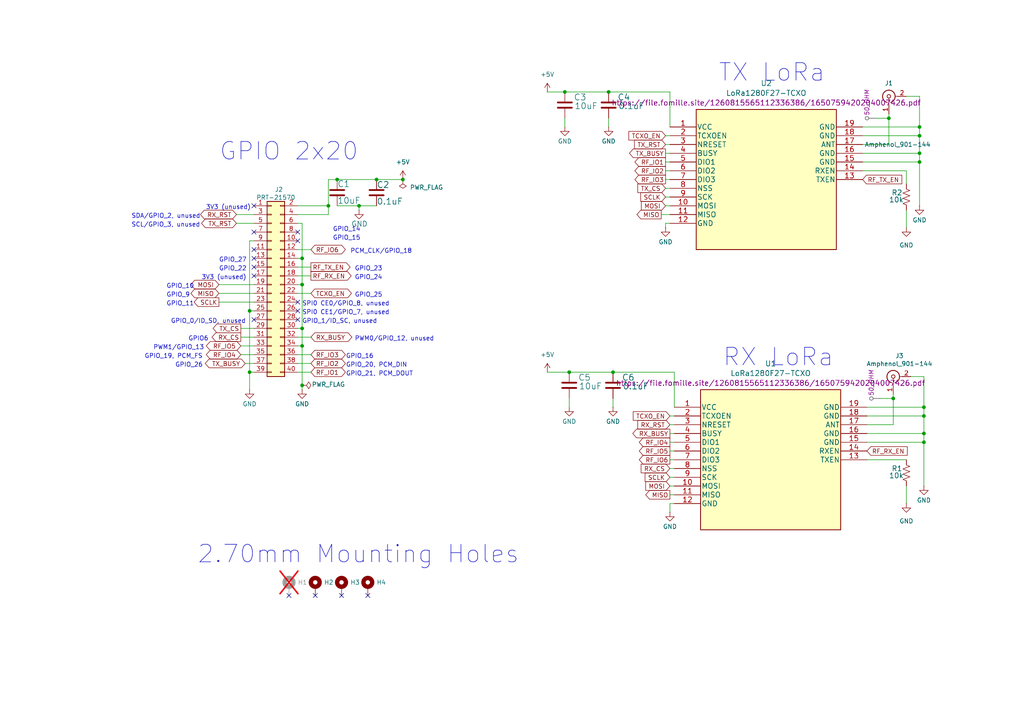
<source format=kicad_sch>
(kicad_sch (version 20231120) (generator "eeschema") (generator_version "8.0")
  (paper "A4")
  (title_block (title "Groundstation Hat") (date "1/22/24") (rev "v1.0") (company "Stanford University") (comment 1 "Jacob Rintamaki"))
  (lib_symbols
    (symbol "Connector:Conn_Coaxial" (pin_names (offset 1.016) hide)
      (property "Reference" "J" (at 0.254 3.048 0))
      (property "Value" "Conn_Coaxial" (at 2.921 0 90))
      (symbol "Conn_Coaxial_0_1"
        (arc (start -1.778 -0.508) (mid 0.2311 -1.8066) (end 1.778 0) (stroke (width 0.254)))
        (polyline (pts (xy -2.54 0) (xy -0.508 0)))
        (polyline (pts (xy 0 -2.54) (xy 0 -1.778)))
        (circle (center 0 0) (radius 0.508) (stroke (width 0.2032)))
        (arc (start 1.778 0) (mid 0.2099 1.8101) (end -1.778 0.508) (stroke (width 0.254)))
      )
      (symbol "Conn_Coaxial_1_1"
        (pin passive line (at -5.08 0 0) (length 2.54) (name "In") (number "1"))
        (pin passive line (at 0 -5.08 90) (length 2.54) (name "Ext") (number "2"))
      )
    )
    (symbol "Device:C" (pin_numbers hide) (pin_names (offset 0.254))
      (property "Reference" "C" (at 0.635 2.54 0))
      (property "Value" "C" (at 0.635 -2.54 0))
      (symbol "C_0_1"
        (polyline (pts (xy -2.032 -0.762) (xy 2.032 -0.762)) (stroke (width 0.508)))
        (polyline (pts (xy -2.032 0.762) (xy 2.032 0.762)) (stroke (width 0.508)))
      )
      (symbol "C_1_1"
        (pin passive line (at 0 3.81 270) (length 2.794) (name "~") (number "1"))
        (pin passive line (at 0 -3.81 90) (length 2.794) (name "~") (number "2"))
      )
    )
    (symbol "Device:R_US" (pin_numbers hide) (pin_names (offset 0))
      (property "Reference" "R" (at 2.54 0 90))
      (property "Value" "R_US" (at -2.54 0 90))
      (symbol "R_US_0_1"
        (polyline (pts (xy 0 -2.286) (xy 0 -2.54)))
        (polyline (pts (xy 0 2.286) (xy 0 2.54)))
        (polyline (pts (xy 0 -0.762) (xy 1.016 -1.143) (xy 0 -1.524) (xy -1.016 -1.905) (xy 0 -2.286)))
        (polyline (pts (xy 0 0.762) (xy 1.016 0.381) (xy 0 0) (xy -1.016 -0.381) (xy 0 -0.762)))
        (polyline (pts (xy 0 2.286) (xy 1.016 1.905) (xy 0 1.524) (xy -1.016 1.143) (xy 0 0.762)))
      )
      (symbol "R_US_1_1"
        (pin passive line (at 0 3.81 270) (length 1.27) (name "~") (number "1"))
        (pin passive line (at 0 -3.81 90) (length 1.27) (name "~") (number "2"))
      )
    )
    (symbol "Mechanical:MountingHole_Pad" (pin_numbers hide) (pin_names (offset 1.016) hide) (exclude_from_sim yes) (in_bom no)
      (property "Reference" "H" (at 0 6.35 0))
      (property "Value" "MountingHole_Pad" (at 0 4.445 0))
      (symbol "MountingHole_Pad_0_1"
        (circle (center 0 1.27) (radius 1.27) (stroke (width 1.27)))
      )
      (symbol "MountingHole_Pad_1_1"
        (pin input line (at 0 -2.54 90) (length 2.54) (name "1") (number "1"))
      )
    )
    (symbol "power:+5V" (power) (pin_numbers hide) (pin_names (offset 0) hide)
      (property "Value" "+5V" (at 0 3.556 0))
      (symbol "+5V_0_1"
        (polyline (pts (xy -0.762 1.27) (xy 0 2.54)))
        (polyline (pts (xy 0 0) (xy 0 2.54)))
        (polyline (pts (xy 0 2.54) (xy 0.762 1.27)))
      )
      (symbol "+5V_1_1"
        (pin power_in line (at 0 0 90) (length 0) (name "~") (number "1"))
      )
    )
    (symbol "power:GND" (power) (pin_numbers hide) (pin_names (offset 0) hide)
      (property "Value" "GND" (at 0 -3.81 0))
      (symbol "GND_0_1"
        (polyline (pts (xy 0 0) (xy 0 -1.27) (xy 1.27 -1.27) (xy 0 -2.54) (xy -1.27 -1.27) (xy 0 -1.27)))
      )
      (symbol "GND_1_1"
        (pin power_in line (at 0 0 270) (length 0) (name "~") (number "1"))
      )
    )
    (symbol "power:PWR_FLAG" (power) (pin_numbers hide) (pin_names (offset 0) hide)
      (property "Value" "PWR_FLAG" (at 0 3.81 0))
      (symbol "PWR_FLAG_0_0"
        (pin power_out line (at 0 0 90) (length 0) (name "~") (number "1"))
      )
      (symbol "PWR_FLAG_0_1"
        (polyline (pts (xy 0 0) (xy 0 1.27) (xy -1.016 1.905) (xy 0 2.54) (xy 1.016 1.905) (xy 0 1.27)))
      )
    )
    (symbol "ssi_IC:LORA1280F27-TCXO" (pin_names (offset 0.254))
      (property "Reference" "U" (at 27.94 10.16 0))
      (property "Value" "LoRa1280F27-TCXO" (at 27.94 7.62 0))
      (property "Datasheet" "https://file.fomille.site/1260815565112336386/1650759420204007426.pdf" (at 0 0 0))
      (symbol "LORA1280F27-TCXO_1_0"
        (pin bidirectional line (at 55.88 -5.08 180) (length 7.62) (name "ANT") (number "17"))
      )
      (symbol "LORA1280F27-TCXO_1_1"
        (rectangle (start 7.62 5.08) (end 48.26 -35.56) (stroke (width 0.254)) (fill (type background)))
        (pin power_in line (at 0 0 0) (length 7.62) (name "VCC") (number "1"))
        (pin input line (at 0 -22.86 0) (length 7.62) (name "MOSI") (number "10"))
        (pin output line (at 0 -25.4 0) (length 7.62) (name "MISO") (number "11"))
        (pin power_in line (at 0 -27.94 0) (length 7.62) (name "GND") (number "12"))
        (pin input line (at 55.88 -15.24 180) (length 7.62) (name "TXEN") (number "13"))
        (pin input line (at 55.88 -12.7 180) (length 7.62) (name "RXEN") (number "14"))
        (pin power_in line (at 55.88 -10.16 180) (length 7.62) (name "GND") (number "15"))
        (pin power_in line (at 55.88 -7.62 180) (length 7.62) (name "GND") (number "16"))
        (pin power_in line (at 55.88 -2.54 180) (length 7.62) (name "GND") (number "18"))
        (pin power_in line (at 55.88 0 180) (length 7.62) (name "GND") (number "19"))
        (pin input line (at 0 -2.54 0) (length 7.62) (name "TCXOEN") (number "2"))
        (pin input line (at 0 -5.08 0) (length 7.62) (name "NRESET") (number "3"))
        (pin output line (at 0 -7.62 0) (length 7.62) (name "BUSY") (number "4"))
        (pin output line (at 0 -10.16 0) (length 7.62) (name "DIO1") (number "5"))
        (pin output line (at 0 -12.7 0) (length 7.62) (name "DIO2") (number "6"))
        (pin output line (at 0 -15.24 0) (length 7.62) (name "DIO3") (number "7"))
        (pin input line (at 0 -17.78 0) (length 7.62) (name "NSS") (number "8"))
        (pin input line (at 0 -20.32 0) (length 7.62) (name "SCK") (number "9"))
      )
    )
    (symbol "ssi_connector:PRT-21570" (pin_names (offset 1.016) hide)
      (property "Reference" "J" (at 1.27 25.4 0))
      (property "Value" "PRT-21570" (at 1.27 -27.94 0))
      (symbol "PRT-21570_1_1"
        (rectangle (start -1.27 -25.273) (end 0 -25.527) (stroke (width 0.1524)))
        (rectangle (start -1.27 -22.733) (end 0 -22.987) (stroke (width 0.1524)))
        (rectangle (start -1.27 -20.193) (end 0 -20.447) (stroke (width 0.1524)))
        (rectangle (start -1.27 -17.653) (end 0 -17.907) (stroke (width 0.1524)))
        (rectangle (start -1.27 -15.113) (end 0 -15.367) (stroke (width 0.1524)))
        (rectangle (start -1.27 -12.573) (end 0 -12.827) (stroke (width 0.1524)))
        (rectangle (start -1.27 -10.033) (end 0 -10.287) (stroke (width 0.1524)))
        (rectangle (start -1.27 -7.493) (end 0 -7.747) (stroke (width 0.1524)))
        (rectangle (start -1.27 -4.953) (end 0 -5.207) (stroke (width 0.1524)))
        (rectangle (start -1.27 -2.413) (end 0 -2.667) (stroke (width 0.1524)))
        (rectangle (start -1.27 0.127) (end 0 -0.127) (stroke (width 0.1524)))
        (rectangle (start -1.27 2.667) (end 0 2.413) (stroke (width 0.1524)))
        (rectangle (start -1.27 5.207) (end 0 4.953) (stroke (width 0.1524)))
        (rectangle (start -1.27 7.747) (end 0 7.493) (stroke (width 0.1524)))
        (rectangle (start -1.27 10.287) (end 0 10.033) (stroke (width 0.1524)))
        (rectangle (start -1.27 12.827) (end 0 12.573) (stroke (width 0.1524)))
        (rectangle (start -1.27 15.367) (end 0 15.113) (stroke (width 0.1524)))
        (rectangle (start -1.27 17.907) (end 0 17.653) (stroke (width 0.1524)))
        (rectangle (start -1.27 20.447) (end 0 20.193) (stroke (width 0.1524)))
        (rectangle (start -1.27 22.987) (end 0 22.733) (stroke (width 0.1524)))
        (rectangle (start -1.27 24.13) (end 3.81 -26.67) (stroke (width 0.254)) (fill (type background)))
        (rectangle (start 3.81 -25.273) (end 2.54 -25.527) (stroke (width 0.1524)))
        (rectangle (start 3.81 -22.733) (end 2.54 -22.987) (stroke (width 0.1524)))
        (rectangle (start 3.81 -20.193) (end 2.54 -20.447) (stroke (width 0.1524)))
        (rectangle (start 3.81 -17.653) (end 2.54 -17.907) (stroke (width 0.1524)))
        (rectangle (start 3.81 -15.113) (end 2.54 -15.367) (stroke (width 0.1524)))
        (rectangle (start 3.81 -12.573) (end 2.54 -12.827) (stroke (width 0.1524)))
        (rectangle (start 3.81 -10.033) (end 2.54 -10.287) (stroke (width 0.1524)))
        (rectangle (start 3.81 -7.493) (end 2.54 -7.747) (stroke (width 0.1524)))
        (rectangle (start 3.81 -4.953) (end 2.54 -5.207) (stroke (width 0.1524)))
        (rectangle (start 3.81 -2.413) (end 2.54 -2.667) (stroke (width 0.1524)))
        (rectangle (start 3.81 0.127) (end 2.54 -0.127) (stroke (width 0.1524)))
        (rectangle (start 3.81 2.667) (end 2.54 2.413) (stroke (width 0.1524)))
        (rectangle (start 3.81 5.207) (end 2.54 4.953) (stroke (width 0.1524)))
        (rectangle (start 3.81 7.747) (end 2.54 7.493) (stroke (width 0.1524)))
        (rectangle (start 3.81 10.287) (end 2.54 10.033) (stroke (width 0.1524)))
        (rectangle (start 3.81 12.827) (end 2.54 12.573) (stroke (width 0.1524)))
        (rectangle (start 3.81 15.367) (end 2.54 15.113) (stroke (width 0.1524)))
        (rectangle (start 3.81 17.907) (end 2.54 17.653) (stroke (width 0.1524)))
        (rectangle (start 3.81 20.447) (end 2.54 20.193) (stroke (width 0.1524)))
        (rectangle (start 3.81 22.987) (end 2.54 22.733) (stroke (width 0.1524)))
        (pin passive line (at -5.08 22.86 0) (length 3.81) (name "Pin_1") (number "1"))
        (pin passive line (at 7.62 12.7 180) (length 3.81) (name "Pin_10") (number "10"))
        (pin passive line (at -5.08 10.16 0) (length 3.81) (name "Pin_11") (number "11"))
        (pin passive line (at 7.62 10.16 180) (length 3.81) (name "Pin_12") (number "12"))
        (pin passive line (at -5.08 7.62 0) (length 3.81) (name "Pin_13") (number "13"))
        (pin passive line (at 7.62 7.62 180) (length 3.81) (name "Pin_14") (number "14"))
        (pin passive line (at -5.08 5.08 0) (length 3.81) (name "Pin_15") (number "15"))
        (pin passive line (at 7.62 5.08 180) (length 3.81) (name "Pin_16") (number "16"))
        (pin passive line (at -5.08 2.54 0) (length 3.81) (name "Pin_17") (number "17"))
        (pin passive line (at 7.62 2.54 180) (length 3.81) (name "Pin_18") (number "18"))
        (pin passive line (at -5.08 0 0) (length 3.81) (name "Pin_19") (number "19"))
        (pin passive line (at 7.62 22.86 180) (length 3.81) (name "Pin_2") (number "2"))
        (pin passive line (at 7.62 0 180) (length 3.81) (name "Pin_20") (number "20"))
        (pin passive line (at -5.08 -2.54 0) (length 3.81) (name "Pin_21") (number "21"))
        (pin passive line (at 7.62 -2.54 180) (length 3.81) (name "Pin_22") (number "22"))
        (pin passive line (at -5.08 -5.08 0) (length 3.81) (name "Pin_23") (number "23"))
        (pin passive line (at 7.62 -5.08 180) (length 3.81) (name "Pin_24") (number "24"))
        (pin passive line (at -5.08 -7.62 0) (length 3.81) (name "Pin_25") (number "25"))
        (pin passive line (at 7.62 -7.62 180) (length 3.81) (name "Pin_26") (number "26"))
        (pin passive line (at -5.08 -10.16 0) (length 3.81) (name "Pin_27") (number "27"))
        (pin passive line (at 7.62 -10.16 180) (length 3.81) (name "Pin_28") (number "28"))
        (pin passive line (at -5.08 -12.7 0) (length 3.81) (name "Pin_29") (number "29"))
        (pin passive line (at -5.08 20.32 0) (length 3.81) (name "Pin_3") (number "3"))
        (pin passive line (at 7.62 -12.7 180) (length 3.81) (name "Pin_30") (number "30"))
        (pin passive line (at -5.08 -15.24 0) (length 3.81) (name "Pin_31") (number "31"))
        (pin passive line (at 7.62 -15.24 180) (length 3.81) (name "Pin_32") (number "32"))
        (pin passive line (at -5.08 -17.78 0) (length 3.81) (name "Pin_33") (number "33"))
        (pin passive line (at 7.62 -17.78 180) (length 3.81) (name "Pin_34") (number "34"))
        (pin passive line (at -5.08 -20.32 0) (length 3.81) (name "Pin_35") (number "35"))
        (pin passive line (at 7.62 -20.32 180) (length 3.81) (name "Pin_36") (number "36"))
        (pin passive line (at -5.08 -22.86 0) (length 3.81) (name "Pin_37") (number "37"))
        (pin passive line (at 7.62 -22.86 180) (length 3.81) (name "Pin_38") (number "38"))
        (pin passive line (at -5.08 -25.4 0) (length 3.81) (name "Pin_39") (number "39"))
        (pin passive line (at 7.62 20.32 180) (length 3.81) (name "Pin_4") (number "4"))
        (pin passive line (at 7.62 -25.4 180) (length 3.81) (name "Pin_40") (number "40"))
        (pin passive line (at -5.08 17.78 0) (length 3.81) (name "Pin_5") (number "5"))
        (pin passive line (at 7.62 17.78 180) (length 3.81) (name "Pin_6") (number "6"))
        (pin passive line (at -5.08 15.24 0) (length 3.81) (name "Pin_7") (number "7"))
        (pin passive line (at 7.62 15.24 180) (length 3.81) (name "Pin_8") (number "8"))
        (pin passive line (at -5.08 12.7 0) (length 3.81) (name "Pin_9") (number "9"))
      )
    )
  )
  (junction (at 87.63 82.55))
  (junction (at 177.8 107.95))
  (junction (at 87.63 95.25))
  (junction (at 267.97 125.73))
  (junction (at 97.79 52.07))
  (junction (at 266.7 44.45))
  (junction (at 267.97 120.65))
  (junction (at 116.84 52.07))
  (junction (at 266.7 36.83))
  (junction (at 267.97 128.27))
  (junction (at 72.39 90.17))
  (junction (at 266.7 39.37))
  (junction (at 87.63 100.33))
  (junction (at 87.63 111.76))
  (junction (at 176.53 26.67))
  (junction (at 165.1 107.95))
  (junction (at 104.14 59.69))
  (junction (at 87.63 74.93))
  (junction (at 72.39 107.95))
  (junction (at 259.08 115.57))
  (junction (at 163.83 26.67))
  (junction (at 95.25 59.69))
  (junction (at 257.81 34.29))
  (junction (at 109.22 52.07))
  (junction (at 266.7 46.99))
  (junction (at 267.97 118.11))
  (no_connect (at 99.06 172.72))
  (no_connect (at 73.66 77.47))
  (no_connect (at 86.36 87.63))
  (no_connect (at 86.36 67.31))
  (no_connect (at 73.66 67.31))
  (no_connect (at 73.66 72.39))
  (no_connect (at 86.36 69.85))
  (no_connect (at 86.36 90.17))
  (no_connect (at 91.44 172.72))
  (no_connect (at 106.68 172.72))
  (no_connect (at 73.66 59.69))
  (no_connect (at 83.82 172.72))
  (no_connect (at 73.66 74.93))
  (no_connect (at 73.66 80.01))
  (no_connect (at 73.66 92.71))
  (no_connect (at 86.36 92.71))
  (wire (pts (xy 262.89 140.97) (xy 262.89 146.05)))
  (wire (pts (xy 68.58 62.23) (xy 73.66 62.23)))
  (wire (pts (xy 194.31 135.89) (xy 195.58 135.89)))
  (wire (pts (xy 193.04 46.99) (xy 194.31 46.99)))
  (wire (pts (xy 193.04 39.37) (xy 194.31 39.37)))
  (wire (pts (xy 193.04 49.53) (xy 194.31 49.53)))
  (wire (pts (xy 194.31 130.81) (xy 195.58 130.81)))
  (wire (pts (xy 250.19 41.91) (xy 257.81 41.91)))
  (wire (pts (xy 72.39 90.17) (xy 73.66 90.17)))
  (wire (pts (xy 109.22 52.07) (xy 116.84 52.07)))
  (wire (pts (xy 165.1 115.57) (xy 165.1 118.11)))
  (wire (pts (xy 251.46 133.35) (xy 262.89 133.35)))
  (wire (pts (xy 259.08 115.57) (xy 259.08 114.3)))
  (wire (pts (xy 86.36 77.47) (xy 90.17 77.47)))
  (wire (pts (xy 87.63 64.77) (xy 86.36 64.77)))
  (wire (pts (xy 72.39 90.17) (xy 72.39 107.95)))
  (wire (pts (xy 193.04 54.61) (xy 194.31 54.61)))
  (wire (pts (xy 63.5 82.55) (xy 73.66 82.55)))
  (wire (pts (xy 69.85 95.25) (xy 73.66 95.25)))
  (wire (pts (xy 255.27 115.57) (xy 259.08 115.57)))
  (wire (pts (xy 267.97 109.22) (xy 264.16 109.22)))
  (wire (pts (xy 86.36 100.33) (xy 87.63 100.33)))
  (wire (pts (xy 251.46 128.27) (xy 267.97 128.27)))
  (wire (pts (xy 259.08 115.57) (xy 259.08 123.19)))
  (wire (pts (xy 193.04 44.45) (xy 194.31 44.45)))
  (wire (pts (xy 72.39 107.95) (xy 73.66 107.95)))
  (wire (pts (xy 193.04 52.07) (xy 194.31 52.07)))
  (wire (pts (xy 250.19 36.83) (xy 266.7 36.83)))
  (wire (pts (xy 257.81 34.29) (xy 257.81 41.91)))
  (wire (pts (xy 266.7 46.99) (xy 266.7 59.69)))
  (wire (pts (xy 194.31 125.73) (xy 195.58 125.73)))
  (wire (pts (xy 86.36 59.69) (xy 95.25 59.69)))
  (wire (pts (xy 250.19 39.37) (xy 266.7 39.37)))
  (wire (pts (xy 104.14 59.69) (xy 104.14 60.96)))
  (wire (pts (xy 266.7 44.45) (xy 266.7 46.99)))
  (wire (pts (xy 176.53 34.29) (xy 176.53 36.83)))
  (wire (pts (xy 267.97 125.73) (xy 267.97 128.27)))
  (wire (pts (xy 97.79 59.69) (xy 104.14 59.69)))
  (wire (pts (xy 194.31 123.19) (xy 195.58 123.19)))
  (wire (pts (xy 191.77 62.23) (xy 194.31 62.23)))
  (wire (pts (xy 254 34.29) (xy 257.81 34.29)))
  (wire (pts (xy 251.46 118.11) (xy 267.97 118.11)))
  (wire (pts (xy 266.7 27.94) (xy 266.7 36.83)))
  (wire (pts (xy 176.53 26.67) (xy 194.31 26.67)))
  (wire (pts (xy 266.7 39.37) (xy 266.7 44.45)))
  (wire (pts (xy 257.81 33.02) (xy 257.81 34.29)))
  (wire (pts (xy 262.89 49.53) (xy 262.89 53.34)))
  (wire (pts (xy 158.75 107.95) (xy 165.1 107.95)))
  (wire (pts (xy 87.63 64.77) (xy 87.63 74.93)))
  (wire (pts (xy 266.7 36.83) (xy 266.7 39.37)))
  (wire (pts (xy 250.19 46.99) (xy 266.7 46.99)))
  (wire (pts (xy 165.1 107.95) (xy 177.8 107.95)))
  (wire (pts (xy 69.85 102.87) (xy 73.66 102.87)))
  (wire (pts (xy 86.36 82.55) (xy 87.63 82.55)))
  (wire (pts (xy 104.14 59.69) (xy 109.22 59.69)))
  (wire (pts (xy 87.63 82.55) (xy 87.63 95.25)))
  (wire (pts (xy 163.83 34.29) (xy 163.83 36.83)))
  (wire (pts (xy 193.04 41.91) (xy 194.31 41.91)))
  (wire (pts (xy 87.63 111.76) (xy 87.63 100.33)))
  (wire (pts (xy 86.36 72.39) (xy 90.17 72.39)))
  (wire (pts (xy 158.75 26.67) (xy 163.83 26.67)))
  (wire (pts (xy 194.31 133.35) (xy 195.58 133.35)))
  (wire (pts (xy 251.46 123.19) (xy 259.08 123.19)))
  (wire (pts (xy 193.04 57.15) (xy 194.31 57.15)))
  (wire (pts (xy 95.25 62.23) (xy 95.25 59.69)))
  (wire (pts (xy 72.39 69.85) (xy 73.66 69.85)))
  (wire (pts (xy 95.25 52.07) (xy 97.79 52.07)))
  (wire (pts (xy 194.31 143.51) (xy 195.58 143.51)))
  (wire (pts (xy 86.36 97.79) (xy 90.17 97.79)))
  (wire (pts (xy 72.39 90.17) (xy 72.39 69.85)))
  (wire (pts (xy 177.8 115.57) (xy 177.8 118.11)))
  (wire (pts (xy 87.63 95.25) (xy 86.36 95.25)))
  (wire (pts (xy 250.19 49.53) (xy 262.89 49.53)))
  (wire (pts (xy 95.25 52.07) (xy 95.25 59.69)))
  (wire (pts (xy 267.97 118.11) (xy 267.97 120.65)))
  (wire (pts (xy 194.31 26.67) (xy 194.31 36.83)))
  (wire (pts (xy 267.97 120.65) (xy 267.97 125.73)))
  (wire (pts (xy 87.63 95.25) (xy 87.63 100.33)))
  (wire (pts (xy 72.39 113.03) (xy 72.39 107.95)))
  (wire (pts (xy 193.04 64.77) (xy 194.31 64.77)))
  (wire (pts (xy 194.31 128.27) (xy 195.58 128.27)))
  (wire (pts (xy 163.83 26.67) (xy 176.53 26.67)))
  (wire (pts (xy 195.58 146.05) (xy 194.31 146.05)))
  (wire (pts (xy 86.36 102.87) (xy 90.17 102.87)))
  (wire (pts (xy 86.36 62.23) (xy 95.25 62.23)))
  (wire (pts (xy 86.36 85.09) (xy 90.17 85.09)))
  (wire (pts (xy 177.8 107.95) (xy 195.58 107.95)))
  (wire (pts (xy 68.58 64.77) (xy 73.66 64.77)))
  (wire (pts (xy 194.31 146.05) (xy 194.31 148.59)))
  (wire (pts (xy 193.04 64.77) (xy 193.04 66.04)))
  (wire (pts (xy 251.46 120.65) (xy 267.97 120.65)))
  (wire (pts (xy 267.97 109.22) (xy 267.97 118.11)))
  (wire (pts (xy 87.63 74.93) (xy 87.63 82.55)))
  (wire (pts (xy 71.12 105.41) (xy 73.66 105.41)))
  (wire (pts (xy 97.79 52.07) (xy 109.22 52.07)))
  (wire (pts (xy 63.5 87.63) (xy 73.66 87.63)))
  (wire (pts (xy 194.31 120.65) (xy 195.58 120.65)))
  (wire (pts (xy 251.46 125.73) (xy 267.97 125.73)))
  (wire (pts (xy 262.89 27.94) (xy 266.7 27.94)))
  (wire (pts (xy 86.36 107.95) (xy 90.17 107.95)))
  (wire (pts (xy 69.85 97.79) (xy 73.66 97.79)))
  (wire (pts (xy 86.36 74.93) (xy 87.63 74.93)))
  (wire (pts (xy 86.36 80.01) (xy 90.17 80.01)))
  (wire (pts (xy 195.58 107.95) (xy 195.58 118.11)))
  (wire (pts (xy 87.63 113.03) (xy 87.63 111.76)))
  (wire (pts (xy 63.5 85.09) (xy 73.66 85.09)))
  (wire (pts (xy 193.04 59.69) (xy 194.31 59.69)))
  (wire (pts (xy 69.85 100.33) (xy 73.66 100.33)))
  (wire (pts (xy 262.89 60.96) (xy 262.89 66.04)))
  (wire (pts (xy 194.31 140.97) (xy 195.58 140.97)))
  (wire (pts (xy 194.31 138.43) (xy 195.58 138.43)))
  (wire (pts (xy 250.19 44.45) (xy 266.7 44.45)))
  (wire (pts (xy 86.36 105.41) (xy 90.17 105.41)))
  (wire (pts (xy 267.97 128.27) (xy 267.97 140.97)))
  (text "3V3 (unused)" (at 59.69 60.96 0) (effects (font (size 1.27 1.27)) (justify left bottom)))
  (text "GPIO_21, PCM_DOUT" (at 100.33 109.22 0) (effects (font (size 1.27 1.27)) (justify left bottom)))
  (text "PCM_CLK/GPIO_18" (at 101.6 73.66 0) (effects (font (size 1.27 1.27)) (justify left bottom)))
  (text "SCL/GPIO_3, unused" (at 38.1 66.04 0) (effects (font (size 1.27 1.27)) (justify left bottom)))
  (text "GPIO_14" (at 96.52 67.31 0) (effects (font (size 1.27 1.27)) (justify left bottom)))
  (text "GPIO_24" (at 102.87 81.28 0) (effects (font (size 1.27 1.27)) (justify left bottom)))
  (text "PWM1/GPIO_13" (at 44.45 101.6 0) (effects (font (size 1.27 1.27)) (justify left bottom)))
  (text "PWM0/GPIO_12, unused" (at 102.87 99.06 0) (effects (font (size 1.27 1.27)) (justify left bottom)))
  (text "GPIO_20, PCM_DIN" (at 100.33 106.68 0) (effects (font (size 1.27 1.27)) (justify left bottom)))
  (text "SDA/GPIO_2, unused" (at 38.1 63.5 0) (effects (font (size 1.27 1.27)) (justify left bottom)))
  (text "GPIO_9" (at 48.26 86.36 0) (effects (font (size 1.27 1.27)) (justify left bottom)))
  (text "GPIO_23" (at 102.87 78.74 0) (effects (font (size 1.27 1.27)) (justify left bottom)))
  (text "GPIO_19, PCM_FS" (at 41.91 104.14 0) (effects (font (size 1.27 1.27)) (justify left bottom)))
  (text "GPIO_11" (at 48.26 88.9 0) (effects (font (size 1.27 1.27)) (justify left bottom)))
  (text "GPIO_22" (at 63.5 78.74 0) (effects (font (size 1.27 1.27)) (justify left bottom)))
  (text "GPIO_25" (at 102.87 86.36 0) (effects (font (size 1.27 1.27)) (justify left bottom)))
  (text "SPI0 CE1/GPIO_7, unused" (at 87.63 91.44 0) (effects (font (size 1.27 1.27)) (justify left bottom)))
  (text "SPI0 CE0/GPIO_8, unused" (at 87.63 88.9 0) (effects (font (size 1.27 1.27)) (justify left bottom)))
  (text "RX LoRa" (at 209.55 106.68 0) (effects (font (size 5.08 5.08)) (justify left bottom)))
  (text "GPIO_27" (at 63.5 76.2 0) (effects (font (size 1.27 1.27)) (justify left bottom)))
  (text "GPIO_15" (at 96.52 69.85 0) (effects (font (size 1.27 1.27)) (justify left bottom)))
  (text "2.70mm Mounting Holes" (at 57.15 163.83 0) (effects (font (size 5.08 5.08)) (justify left bottom)))
  (text "3V3 (unused)" (at 58.42 81.28 0) (effects (font (size 1.27 1.27)) (justify left bottom)))
  (text "TX LoRa" (at 208.28 24.13 0) (effects (font (size 5.08 5.08)) (justify left bottom)))
  (text "GPIO_16" (at 100.33 104.14 0) (effects (font (size 1.27 1.27)) (justify left bottom)))
  (text "GPIO_0/ID_SD, unused" (at 49.53 93.98 0) (effects (font (size 1.27 1.27)) (justify left bottom)))
  (text "GPIO_26" (at 50.8 106.68 0) (effects (font (size 1.27 1.27)) (justify left bottom)))
  (text "GPIO_10" (at 48.26 83.82 0) (effects (font (size 1.27 1.27)) (justify left bottom)))
  (text "GPIO6" (at 54.61 99.06 0) (effects (font (size 1.27 1.27)) (justify left bottom)))
  (text "GPIO 2x20" (at 63.5 46.99 0) (effects (font (size 5.08 5.08)) (justify left bottom)))
  (text "GPIO_1/ID_SC, unused" (at 87.63 93.98 0) (effects (font (size 1.27 1.27)) (justify left bottom)))
  (global_label "TX_BUSY" (shape output) (at 193.04 44.45 180) (property "Intersheetrefs" "${INTERSHEET_REFS}" (effects (hide yes))))
  (global_label "RX_BUSY" (shape bidirectional) (at 90.17 97.79 0) (property "Intersheetrefs" "${INTERSHEET_REFS}" (effects (hide yes))))
  (global_label "TX_BUSY" (shape bidirectional) (at 71.12 105.41 180) (property "Intersheetrefs" "${INTERSHEET_REFS}" (effects (hide yes))))
  (global_label "MISO" (shape bidirectional) (at 63.5 85.09 180) (property "Intersheetrefs" "${INTERSHEET_REFS}" (effects (hide yes))))
  (global_label "TX_CS" (shape input) (at 193.04 54.61 180) (property "Intersheetrefs" "${INTERSHEET_REFS}" (effects (hide yes))))
  (global_label "MISO" (shape output) (at 191.77 62.23 180) (property "Intersheetrefs" "${INTERSHEET_REFS}" (effects (hide yes))))
  (global_label "SCLK" (shape input) (at 194.31 138.43 180) (property "Intersheetrefs" "${INTERSHEET_REFS}" (effects (hide yes))))
  (global_label "RX_BUSY" (shape output) (at 194.31 125.73 180) (property "Intersheetrefs" "${INTERSHEET_REFS}" (effects (hide yes))))
  (global_label "RF_IO6" (shape output) (at 194.31 133.35 180) (property "Intersheetrefs" "${INTERSHEET_REFS}" (effects (hide yes))))
  (global_label "RF_IO3" (shape bidirectional) (at 90.17 102.87 0) (property "Intersheetrefs" "${INTERSHEET_REFS}" (effects (hide yes))))
  (global_label "RX_RST" (shape input) (at 194.31 123.19 180) (property "Intersheetrefs" "${INTERSHEET_REFS}" (effects (hide yes))))
  (global_label "RF_IO3" (shape output) (at 193.04 52.07 180) (property "Intersheetrefs" "${INTERSHEET_REFS}" (effects (hide yes))))
  (global_label "TX_RST" (shape bidirectional) (at 68.58 64.77 180) (property "Intersheetrefs" "${INTERSHEET_REFS}" (effects (hide yes))))
  (global_label "RF_TX_EN" (shape output) (at 90.17 77.47 0) (property "Intersheetrefs" "${INTERSHEET_REFS}" (effects (hide yes))))
  (global_label "RF_IO4" (shape bidirectional) (at 69.85 102.87 180) (property "Intersheetrefs" "${INTERSHEET_REFS}" (effects (hide yes))))
  (global_label "TCXO_EN" (shape bidirectional) (at 90.17 85.09 0) (property "Intersheetrefs" "${INTERSHEET_REFS}" (effects (hide yes))))
  (global_label "TX_CS" (shape output) (at 69.85 95.25 180) (property "Intersheetrefs" "${INTERSHEET_REFS}" (effects (hide yes))))
  (global_label "RF_IO5" (shape bidirectional) (at 69.85 100.33 180) (property "Intersheetrefs" "${INTERSHEET_REFS}" (effects (hide yes))))
  (global_label "MOSI" (shape input) (at 193.04 59.69 180) (property "Intersheetrefs" "${INTERSHEET_REFS}" (effects (hide yes))))
  (global_label "TCXO_EN" (shape input) (at 194.31 120.65 180) (property "Intersheetrefs" "${INTERSHEET_REFS}" (effects (hide yes))))
  (global_label "RF_RX_EN" (shape input) (at 251.46 130.81 0) (property "Intersheetrefs" "${INTERSHEET_REFS}" (effects (hide yes))))
  (global_label "RX_CS" (shape input) (at 194.31 135.89 180) (property "Intersheetrefs" "${INTERSHEET_REFS}" (effects (hide yes))))
  (global_label "RF_IO2" (shape bidirectional) (at 90.17 105.41 0) (property "Intersheetrefs" "${INTERSHEET_REFS}" (effects (hide yes))))
  (global_label "RF_IO5" (shape output) (at 194.31 130.81 180) (property "Intersheetrefs" "${INTERSHEET_REFS}" (effects (hide yes))))
  (global_label "RF_IO1" (shape output) (at 193.04 46.99 180) (property "Intersheetrefs" "${INTERSHEET_REFS}" (effects (hide yes))))
  (global_label "RF_RX_EN" (shape output) (at 90.17 80.01 0) (property "Intersheetrefs" "${INTERSHEET_REFS}" (effects (hide yes))))
  (global_label "RF_IO1" (shape bidirectional) (at 90.17 107.95 0) (property "Intersheetrefs" "${INTERSHEET_REFS}" (effects (hide yes))))
  (global_label "MOSI" (shape input) (at 194.31 140.97 180) (property "Intersheetrefs" "${INTERSHEET_REFS}" (effects (hide yes))))
  (global_label "SCLK" (shape output) (at 63.5 87.63 180) (property "Intersheetrefs" "${INTERSHEET_REFS}" (effects (hide yes))))
  (global_label "RF_TX_EN" (shape input) (at 250.19 52.07 0) (property "Intersheetrefs" "${INTERSHEET_REFS}" (effects (hide yes))))
  (global_label "RF_IO6" (shape bidirectional) (at 90.17 72.39 0) (property "Intersheetrefs" "${INTERSHEET_REFS}" (effects (hide yes))))
  (global_label "MOSI" (shape bidirectional) (at 63.5 82.55 180) (property "Intersheetrefs" "${INTERSHEET_REFS}" (effects (hide yes))))
  (global_label "RF_IO4" (shape output) (at 194.31 128.27 180) (property "Intersheetrefs" "${INTERSHEET_REFS}" (effects (hide yes))))
  (global_label "MISO" (shape output) (at 194.31 143.51 180) (property "Intersheetrefs" "${INTERSHEET_REFS}" (effects (hide yes))))
  (global_label "SCLK" (shape input) (at 193.04 57.15 180) (property "Intersheetrefs" "${INTERSHEET_REFS}" (effects (hide yes))))
  (global_label "RX_CS" (shape output) (at 69.85 97.79 180) (property "Intersheetrefs" "${INTERSHEET_REFS}" (effects (hide yes))))
  (global_label "RX_RST" (shape bidirectional) (at 68.58 62.23 180) (property "Intersheetrefs" "${INTERSHEET_REFS}" (effects (hide yes))))
  (global_label "TCXO_EN" (shape input) (at 193.04 39.37 180) (property "Intersheetrefs" "${INTERSHEET_REFS}" (effects (hide yes))))
  (global_label "RF_IO2" (shape output) (at 193.04 49.53 180) (property "Intersheetrefs" "${INTERSHEET_REFS}" (effects (hide yes))))
  (global_label "TX_RST" (shape input) (at 193.04 41.91 180) (property "Intersheetrefs" "${INTERSHEET_REFS}" (effects (hide yes))))
  (netclass_flag "" (length 2.54) (shape round) (at 255.27 115.57 90) (property "Netclass" "50_OHM" (at 252.73 114.8715 90) (effects (font (italic yes)) (justify left))))
  (netclass_flag "" (length 2.54) (shape round) (at 254 34.29 90) (property "Netclass" "50_OHM" (at 251.46 33.5915 90) (effects (font (italic yes)) (justify left))))
  (symbol (lib_id "power:GND") (at 267.97 140.97 0) (unit 1)
    (property "Reference" "#PWR012" (effects (hide yes)))
    (property "Value" "GND" (at 267.97 145.1055 0))
  )
  (symbol (lib_id "Mechanical:MountingHole_Pad") (at 106.68 170.18 0) (unit 1) (exclude_from_sim yes) (in_bom no)
    (property "Reference" "H4" (at 109.22 168.91 0) (effects (justify left)))
    (property "Value" "MountingHole" (effects (hide yes)))
    (property "Footprint" "MountingHole:MountingHole_2.7mm_M2.5_DIN965_Pad" (effects (hide yes)))
    (property "Description" "Mounting Hole with connection" (effects (hide yes)))
  )
  (symbol (lib_id "Mechanical:MountingHole_Pad") (at 99.06 170.18 0) (unit 1) (exclude_from_sim yes) (in_bom no)
    (property "Reference" "H3" (at 101.6 168.91 0) (effects (justify left)))
    (property "Value" "MountingHole" (effects (hide yes)))
    (property "Footprint" "MountingHole:MountingHole_2.7mm_M2.5_DIN965_Pad" (effects (hide yes)))
    (property "Description" "Mounting Hole with connection" (effects (hide yes)))
  )
  (symbol (lib_id "Device:C") (at 109.22 55.88 0) (unit 1)
    (property "Reference" "C2" (at 109.22 54.61 0) (effects (font (size 1.778 1.778)) (justify left bottom)))
    (property "Value" "0.1uF" (at 109.22 59.436 0) (effects (font (size 1.778 1.778)) (justify left bottom)))
    (property "Footprint" "Capacitor_SMD:C_0603_1608Metric" (effects (hide yes)))
    (property "Description" "Unpolarized capacitor" (effects (hide yes)))
  )
  (symbol (lib_id "power:+5V") (at 158.75 26.67 0) (unit 1)
    (property "Reference" "#PWR014" (effects (hide yes)))
    (property "Value" "+5V" (at 158.75 21.59 0))
  )
  (symbol (lib_id "Mechanical:MountingHole_Pad") (at 91.44 170.18 0) (unit 1) (exclude_from_sim yes) (in_bom no)
    (property "Reference" "H2" (at 93.98 168.91 0) (effects (justify left)))
    (property "Value" "MountingHole" (effects (hide yes)))
    (property "Footprint" "MountingHole:MountingHole_2.7mm_M2.5_DIN965_Pad" (effects (hide yes)))
    (property "Description" "Mounting Hole with connection" (effects (hide yes)))
  )
  (symbol (lib_id "power:+5V") (at 158.75 107.95 0) (unit 1)
    (property "Reference" "#PWR015" (effects (hide yes)))
    (property "Value" "+5V" (at 158.75 102.87 0))
  )
  (symbol (lib_id "Mechanical:MountingHole_Pad") (at 83.82 170.18 0) (unit 1) (exclude_from_sim yes) (in_bom no) (on_board no) (dnp yes)
    (property "Reference" "H1" (at 86.36 168.91 0) (effects (justify left)))
    (property "Value" "MountingHole" (effects (hide yes)))
    (property "Footprint" "MountingHole:MountingHole_2.7mm_M2.5_DIN965_Pad" (effects (hide yes)))
    (property "Description" "Mounting Hole with connection" (effects (hide yes)))
  )
  (symbol (lib_id "Device:R_US") (at 262.89 137.16 180) (unit 1)
    (property "Reference" "R1" (at 258.572 135.89 0) (effects (font (size 1.4986 1.4986)) (justify right)))
    (property "Value" "10k" (at 257.81 137.922 0) (effects (font (size 1.4986 1.4986)) (justify right)))
    (property "Footprint" "Resistor_SMD:R_0603_1608Metric" (effects (hide yes)))
    (property "Description" "Resistor, US symbol" (effects (hide yes)))
  )
  (symbol (lib_id "Connector:Conn_Coaxial") (at 257.81 27.94 90) (unit 1)
    (property "Reference" "J1" (at 257.81 24.13 90))
    (property "Value" "Amphenol_901-144" (at 260.35 41.91 90))
    (property "Footprint" "ssi_connector:SMA_Amphenol_901-144_horizontal" (effects (hide yes)))
    (property "Datasheet" "https://www.amphenolrf.com/library/download/link/link_id/593640/parent/901-144/" (effects (hide yes)))
    (property "Description" "Amphenol RF SMA" (effects (hide yes)))
    (property "Flight" "901-144" (effects (hide yes)))
    (property "Manufacturer_Name" "Amphenol" (effects (hide yes)))
    (property "Manufacturer_Part_Number" "901-144" (effects (hide yes)))
    (property "Proto" "901-144" (effects (hide yes)))
  )
  (symbol (lib_id "power:GND") (at 163.83 36.83 0) (unit 1)
    (property "Reference" "#PWR01" (effects (hide yes)))
    (property "Value" "GND" (at 163.83 40.9655 0))
  )
  (symbol (lib_id "power:GND") (at 72.39 113.03 0) (unit 1)
    (property "Reference" "#PWR05" (effects (hide yes)))
    (property "Value" "GND" (at 72.39 117.1655 0))
  )
  (symbol (lib_id "Device:C") (at 163.83 30.48 0) (unit 1)
    (property "Reference" "C3" (at 166.37 28.194 0) (effects (font (size 1.778 1.778)) (justify left)))
    (property "Value" "10uF" (at 166.5732 30.734 0) (effects (font (size 1.778 1.778)) (justify left)))
    (property "Footprint" "Capacitor_SMD:C_0603_1608Metric" (effects (hide yes)))
    (property "Description" "Unpolarized capacitor" (effects (hide yes)))
  )
  (symbol (lib_id "power:GND") (at 87.63 113.03 0) (unit 1)
    (property "Reference" "#PWR06" (effects (hide yes)))
    (property "Value" "GND" (at 87.63 117.1655 0))
  )
  (symbol (lib_id "ssi_IC:LORA1280F27-TCXO") (at 194.31 36.83 0) (unit 1)
    (property "Reference" "U2" (at 222.25 24.1598 0) (effects (font (size 1.524 1.524))))
    (property "Value" "LoRa1280F27-TCXO" (at 222.25 26.9927 0) (effects (font (size 1.524 1.524))))
    (property "Footprint" "ssi_IC:LORA128XF27" (effects (hide yes)))
    (property "Datasheet" "https://file.fomille.site/1260815565112336386/1650759420204007426.pdf" (at 222.25 29.8256 0) (effects (font (size 1.524 1.524))))
  )
  (symbol (lib_id "power:+5V") (at 116.84 52.07 0) (unit 1)
    (property "Reference" "#PWR013" (effects (hide yes)))
    (property "Value" "+5V" (at 116.84 46.99 0))
  )
  (symbol (lib_id "power:GND") (at 165.1 118.11 0) (unit 1)
    (property "Reference" "#PWR03" (effects (hide yes)))
    (property "Value" "GND" (at 165.1 122.2455 0))
  )
  (symbol (lib_id "power:GND") (at 193.04 66.04 0) (unit 1)
    (property "Reference" "#PWR08" (effects (hide yes)))
    (property "Value" "GND" (at 193.04 70.1755 0))
  )
  (symbol (lib_id "power:PWR_FLAG") (at 116.84 52.07 180) (unit 1)
    (property "Reference" "#FLG01" (effects (hide yes)))
    (property "Value" "PWR_FLAG" (at 123.698 54.356 0))
    (property "Description" "Special symbol for telling ERC where power comes from" (effects (hide yes)))
  )
  (symbol (lib_id "power:GND") (at 194.31 148.59 0) (unit 1)
    (property "Reference" "#PWR011" (effects (hide yes)))
    (property "Value" "GND" (at 194.31 152.7255 0))
  )
  (symbol (lib_id "Device:C") (at 177.8 111.76 0) (unit 1)
    (property "Reference" "C6" (at 180.34 109.474 0) (effects (font (size 1.778 1.778)) (justify left)))
    (property "Value" "0.1uF" (at 180.5432 112.014 0) (effects (font (size 1.778 1.778)) (justify left)))
    (property "Footprint" "Capacitor_SMD:C_0603_1608Metric" (effects (hide yes)))
    (property "Description" "Unpolarized capacitor" (effects (hide yes)))
  )
  (symbol (lib_id "power:GND") (at 266.7 59.69 0) (unit 1)
    (property "Reference" "#PWR09" (effects (hide yes)))
    (property "Value" "GND" (at 266.7 63.8255 0))
  )
  (symbol (lib_id "ssi_IC:LORA1280F27-TCXO") (at 195.58 118.11 0) (unit 1)
    (property "Reference" "U1" (at 223.52 105.4398 0) (effects (font (size 1.524 1.524))))
    (property "Value" "LoRa1280F27-TCXO" (at 223.52 108.2727 0) (effects (font (size 1.524 1.524))))
    (property "Footprint" "ssi_IC:LORA128XF27" (effects (hide yes)))
    (property "Datasheet" "https://file.fomille.site/1260815565112336386/1650759420204007426.pdf" (at 223.52 111.1056 0) (effects (font (size 1.524 1.524))))
  )
  (symbol (lib_id "Device:C") (at 97.79 55.88 0) (unit 1)
    (property "Reference" "C1" (at 97.79 54.356 0) (effects (font (size 1.778 1.778)) (justify left bottom)))
    (property "Value" "10uF" (at 97.79 59.182 0) (effects (font (size 1.778 1.778)) (justify left bottom)))
    (property "Footprint" "Capacitor_SMD:C_0603_1608Metric" (effects (hide yes)))
    (property "Description" "Unpolarized capacitor" (effects (hide yes)))
  )
  (symbol (lib_id "Device:R_US") (at 262.89 57.15 180) (unit 1)
    (property "Reference" "R2" (at 258.572 55.88 0) (effects (font (size 1.4986 1.4986)) (justify right)))
    (property "Value" "10k" (at 257.81 57.912 0) (effects (font (size 1.4986 1.4986)) (justify right)))
    (property "Footprint" "Resistor_SMD:R_0603_1608Metric" (effects (hide yes)))
    (property "Description" "Resistor, US symbol" (effects (hide yes)))
  )
  (symbol (lib_id "ssi_connector:PRT-21570") (at 78.74 82.55 0) (unit 1)
    (property "Reference" "J2" (at 80.899 54.975 0))
    (property "Value" "PRT-21570" (at 80.01 57.277 0))
    (property "Footprint" "ssi_connector:PRT-21570" (effects (hide yes)))
    (property "Datasheet" "https://cdn.sparkfun.com/assets/0/8/d/b/2/DS-16764-2_X_20_Pin_Extended_GPIO_Header_-_Female_-_13.5mm_9.80mm.pdf" (effects (hide yes)))
    (property "Description" "Stacking 2x20 header" (effects (hide yes)))
  )
  (symbol (lib_id "Connector:Conn_Coaxial") (at 259.08 109.22 90) (unit 1)
    (property "Reference" "J3" (at 260.8834 103.2002 90))
    (property "Value" "Amphenol_901-144" (at 260.8834 105.5116 90))
    (property "Footprint" "ssi_connector:SMA_Amphenol_901-144_horizontal" (effects (hide yes)))
    (property "Datasheet" "https://www.amphenolrf.com/library/download/link/link_id/593640/parent/901-144/" (effects (hide yes)))
    (property "Description" "Amphenol RF SMA" (effects (hide yes)))
    (property "Flight" "901-144" (effects (hide yes)))
    (property "Manufacturer_Name" "Amphenol" (effects (hide yes)))
    (property "Manufacturer_Part_Number" "901-144" (effects (hide yes)))
    (property "Proto" "901-144" (effects (hide yes)))
  )
  (symbol (lib_id "power:GND") (at 176.53 36.83 0) (unit 1)
    (property "Reference" "#PWR07" (effects (hide yes)))
    (property "Value" "GND" (at 176.53 40.9655 0))
  )
  (symbol (lib_id "power:GND") (at 104.14 60.96 0) (unit 1)
    (property "Reference" "#GND01" (effects (hide yes)))
    (property "Value" "GND" (at 101.854 65.786 0) (effects (font (size 1.4986 1.4986)) (justify left bottom)))
  )
  (symbol (lib_id "Device:C") (at 165.1 111.76 0) (unit 1)
    (property "Reference" "C5" (at 167.64 109.474 0) (effects (font (size 1.778 1.778)) (justify left)))
    (property "Value" "10uF" (at 167.8432 112.014 0) (effects (font (size 1.778 1.778)) (justify left)))
    (property "Footprint" "Capacitor_SMD:C_0603_1608Metric" (effects (hide yes)))
    (property "Description" "Unpolarized capacitor" (effects (hide yes)))
  )
  (symbol (lib_id "Device:C") (at 176.53 30.48 0) (unit 1)
    (property "Reference" "C4" (at 179.07 28.194 0) (effects (font (size 1.778 1.778)) (justify left)))
    (property "Value" "0.1uF" (at 179.2732 30.734 0) (effects (font (size 1.778 1.778)) (justify left)))
    (property "Footprint" "Capacitor_SMD:C_0603_1608Metric" (effects (hide yes)))
    (property "Description" "Unpolarized capacitor" (effects (hide yes)))
  )
  (symbol (lib_id "power:GND") (at 177.8 118.11 0) (unit 1)
    (property "Reference" "#PWR010" (effects (hide yes)))
    (property "Value" "GND" (at 177.8 122.2455 0))
  )
  (symbol (lib_id "power:PWR_FLAG") (at 87.63 111.76 270) (unit 1)
    (property "Reference" "#FLG02" (effects (hide yes)))
    (property "Value" "PWR_FLAG" (at 95.25 111.506 90))
    (property "Description" "Special symbol for telling ERC where power comes from" (effects (hide yes)))
  )
  (symbol (lib_id "power:GND") (at 262.89 146.05 0) (unit 1)
    (property "Reference" "#PWR04" (effects (hide yes)))
    (property "Value" "GND" (at 262.89 151.13 0))
  )
  (symbol (lib_id "power:GND") (at 262.89 66.04 0) (unit 1)
    (property "Reference" "#PWR02" (effects (hide yes)))
    (property "Value" "GND" (at 262.89 71.12 0))
  )
)
</source>
